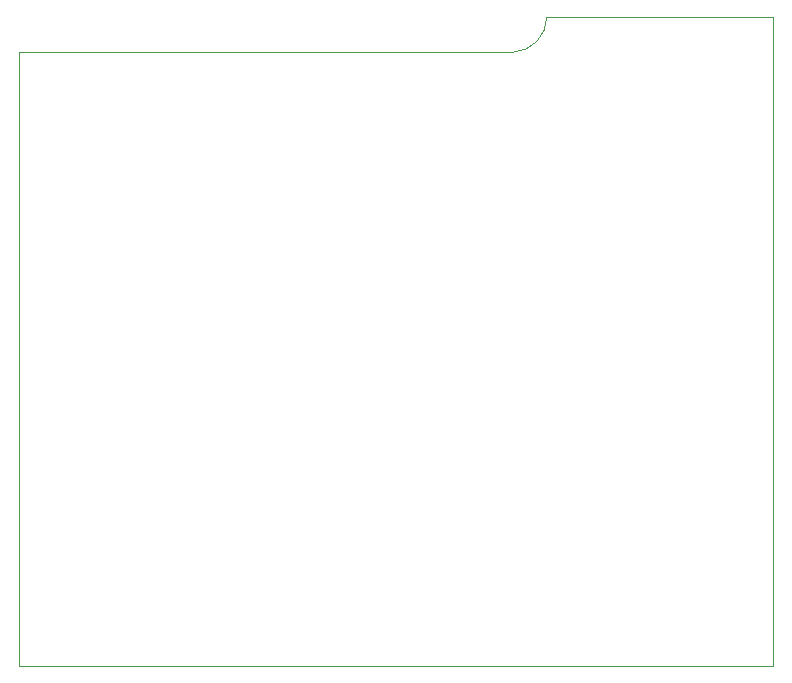
<source format=gbr>
G04 #@! TF.GenerationSoftware,KiCad,Pcbnew,(5.1.0-rc1-9-g8f320697a)*
G04 #@! TF.CreationDate,2019-02-20T21:31:05+01:00
G04 #@! TF.ProjectId,kicad,6b696361-642e-46b6-9963-61645f706362,rev?*
G04 #@! TF.SameCoordinates,Original*
G04 #@! TF.FileFunction,Profile,NP*
%FSLAX46Y46*%
G04 Gerber Fmt 4.6, Leading zero omitted, Abs format (unit mm)*
G04 Created by KiCad (PCBNEW (5.1.0-rc1-9-g8f320697a)) date 2019-02-20 21:31:05*
%MOMM*%
%LPD*%
G04 APERTURE LIST*
%ADD10C,0.050000*%
G04 APERTURE END LIST*
D10*
X198000000Y-49000000D02*
X156210000Y-49000000D01*
X200885553Y-46000000D02*
G75*
G02X198000000Y-49000000I-3002270J0D01*
G01*
X220000000Y-101000000D02*
X220000000Y-46000000D01*
X156210000Y-101000000D02*
X220010000Y-101000000D01*
X156210000Y-49000000D02*
X156210000Y-101000000D01*
X220000000Y-46000000D02*
X200885553Y-46000000D01*
M02*

</source>
